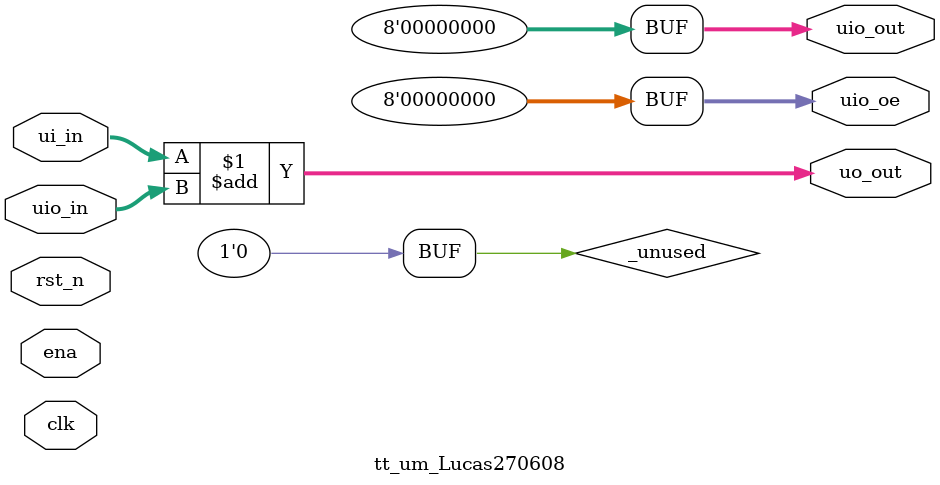
<source format=v>
/*
 * Copyright (c) 2024 Your Name
 * SPDX-License-Identifier: Apache-2.0
 */

`default_nettype none

module tt_um_Lucas270608 (
    input  wire [7:0] ui_in,    // Dedicated inputs
    output wire [7:0] uo_out,   // Dedicated outputs
    input  wire [7:0] uio_in,   // IOs: Input path
    output wire [7:0] uio_out,  // IOs: Output path
    output wire [7:0] uio_oe,   // IOs: Enable path (active high: 0=input, 1=output)
    input  wire       ena,      // always 1 when the design is powered, so you can ignore it
    input  wire       clk,      // clock
    input  wire       rst_n     // reset_n - low to reset
);

  // All output pins must be assigned. If not used, assign to 0.
  assign uo_out  = ui_in + uio_in;  // Example: ou_out is the sum of ui_in and uio_in
  assign uio_out = 0;
  assign uio_oe  = 0;

  // List all unused inputs to prevent warnings
  wire _unused = &{ena, clk, rst_n, 1'b0};

endmodule

</source>
